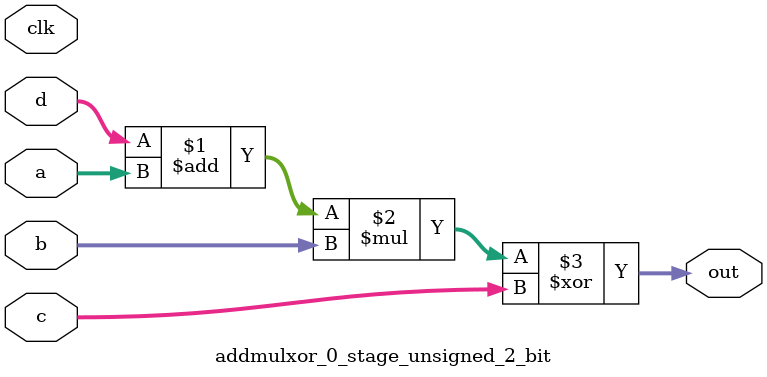
<source format=sv>
(* use_dsp = "yes" *) module addmulxor_0_stage_unsigned_2_bit(
	input  [1:0] a,
	input  [1:0] b,
	input  [1:0] c,
	input  [1:0] d,
	output [1:0] out,
	input clk);

	assign out = ((d + a) * b) ^ c;
endmodule

</source>
